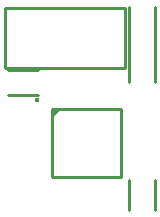
<source format=gbr>
G04 DipTrace 2.4.0.2*
%INTopSilk.gbr*%
%MOIN*%
%ADD10C,0.0098*%
%ADD15O,0.0165X0.0166*%
%FSLAX44Y44*%
G04*
G70*
G90*
G75*
G01*
%LNTopSilk*%
%LPD*%
X7165Y7578D2*
D10*
X9449D1*
Y5295D1*
X7165D1*
Y7578D1*
D15*
X6649Y7890D3*
G36*
X7165Y7578D2*
Y7264D1*
X7480Y7579D1*
X7165Y7578D1*
G37*
X9736Y8490D2*
D10*
Y10990D1*
X10579Y8490D2*
Y10990D1*
X6707Y8043D2*
X5707D1*
X6707Y8886D2*
X5707D1*
X9736Y4199D2*
Y5199D1*
X10579Y4199D2*
Y5199D1*
X5603Y10949D2*
X9603D1*
Y8949D1*
X5603D1*
Y10949D1*
M02*

</source>
